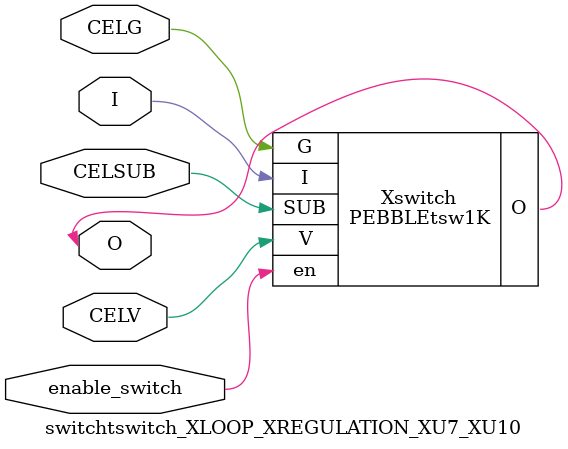
<source format=v>



module PEBBLEtsw1K ( O, G, I, SUB, V, en );

  input V;
  input en;
  input I;
  input G;
  input SUB;
  inout O;
endmodule

//Celera Confidential Do Not Copy switchtswitch_XLOOP_XREGULATION_XU7_XU10
//Celera Confidential Symbol Generator
//1000 Ohm tswitchSwitch
module switchtswitch_XLOOP_XREGULATION_XU7_XU10 (CELV,O,I,enable_switch,CELG,CELSUB);
input CELV;
input I;
input enable_switch;
inout O;
input CELG;
input CELSUB;

//Celera Confidential Do Not Copy PEBBLEtsw1K
PEBBLEtsw1K Xswitch(
.V (CELV),
.I (I),
.O (O),
.en (enable_switch),
.SUB (CELSUB),
.G (CELG)
);
//,diesize,PEBBLEtsw1K

//Celera Confidential Do Not Copy Module End
//Celera Schematic Generator
endmodule

</source>
